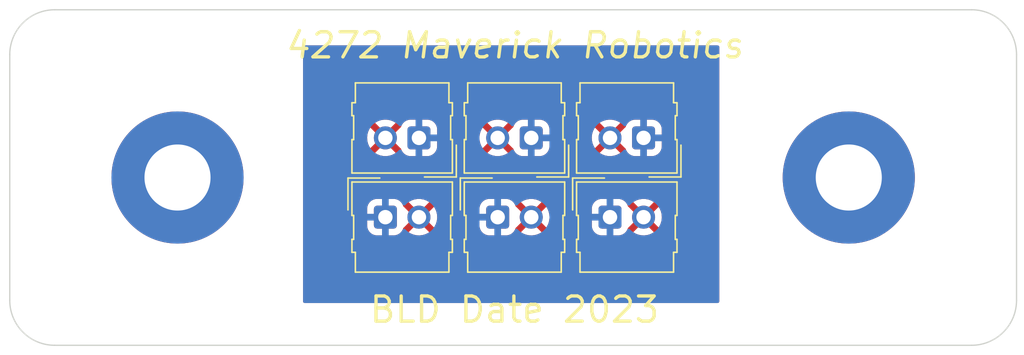
<source format=kicad_pcb>
(kicad_pcb (version 20211014) (generator pcbnew)
  (layers (0 "F.Cu" signal) (31 "B.Cu" signal) (34 "B.Paste" user) (35 "F.Paste" user) (36 "B.SilkS" user "B.Silkscreen") (37 "F.SilkS" user "F.Silkscreen") (38 "B.Mask" user) (39 "F.Mask" user) (44 "Edge.Cuts" user))
  (net 0 "")
  (net 1 "GND")
  (net 2 "+5V")
  (footprint "MountingHole:MountingHole_5mm_Pad_TopBottom" (layer "F.Cu") (at 115 60)
    (fp_text reference "REF**" hide)
    (fp_text value "MountingHole_5mm_Pad_TopBottom")
    (pad "1" thru_hole circle (at 0 0) (size 5.4 5.4) (drill 5) (layers *.Cu *.Mask))
    (pad "1" connect circle (at 0 0) (size 10 10) (layers "F.Cu" "F.Mask"))
    (pad "1" connect circle (at 0 0) (size 10 10) (layers "B.Cu" "B.Mask"))
  )
  (footprint "Connector_Molex:Molex_SL_171971-0002_1x02_P2.54mm_Vertical" (layer "F.Cu") (at 139.23 63)
    (fp_text reference "P5" hide)
    (fp_text value "Conn_01x02")
    (fp_line (start 5.07 -2.66) (end -2.53 -2.66) (layer "F.SilkS") (width 0.12))
    (fp_line (start -2.53 -0.13) (end -2.4 -0.13) (layer "F.SilkS") (width 0.12))
    (fp_line (start -2.4 -0.13) (end -2.4 1.68) (layer "F.SilkS") (width 0.12))
    (fp_line (start 4.94 1.68) (end 4.94 -0.13) (layer "F.SilkS") (width 0.12))
    (fp_line (start -2.53 -2.66) (end -2.53 -0.13) (layer "F.SilkS") (width 0.12))
    (fp_line (start 4.81 4.16) (end 4.81 2.66) (layer "F.SilkS") (width 0.12))
    (fp_line (start -2.27 2.66) (end -2.27 4.16) (layer "F.SilkS") (width 0.12))
    (fp_line (start -2.83 -2.96) (end -0.42 -2.96) (layer "F.SilkS") (width 0.12))
    (fp_line (start 4.81 2.66) (end 5.07 2.66) (layer "F.SilkS") (width 0.12))
    (fp_line (start 5.07 2.66) (end 5.07 1.68) (layer "F.SilkS") (width 0.12))
    (fp_line (start 5.07 1.68) (end 4.94 1.68) (layer "F.SilkS") (width 0.12))
    (fp_line (start -2.27 4.16) (end 4.81 4.16) (layer "F.SilkS") (width 0.12))
    (fp_line (start 5.07 -0.13) (end 5.07 -2.66) (layer "F.SilkS") (width 0.12))
    (fp_line (start -2.4 1.68) (end -2.53 1.68) (layer "F.SilkS") (width 0.12))
    (fp_line (start -2.53 1.68) (end -2.53 2.66) (layer "F.SilkS") (width 0.12))
    (fp_line (start -2.53 2.66) (end -2.27 2.66) (layer "F.SilkS") (width 0.12))
    (fp_line (start -2.83 -0.55) (end -2.83 -2.96) (layer "F.SilkS") (width 0.12))
    (fp_line (start 4.94 -0.13) (end 5.07 -0.13) (layer "F.SilkS") (width 0.12))
    (pad "1" thru_hole roundrect (at 0 0) (size 1.74 1.74) (drill 1.09) (layers *.Cu *.Mask) (roundrect_rratio 0.1436781609) (net 1 "GND"))
    (pad "2" thru_hole circle (at 2.54 0) (size 1.74 1.74) (drill 1.09) (layers *.Cu *.Mask) (net 2 "+5V"))
  )
  (footprint "Connector_Molex:Molex_SL_171971-0002_1x02_P2.54mm_Vertical" (layer "F.Cu") (at 130.73 63)
    (fp_text reference "P4" hide)
    (fp_text value "Conn_01x02")
    (fp_line (start -2.4 1.68) (end -2.53 1.68) (layer "F.SilkS") (width 0.12))
    (fp_line (start 4.94 1.68) (end 4.94 -0.13) (layer "F.SilkS") (width 0.12))
    (fp_line (start -2.83 -0.55) (end -2.83 -2.96) (layer "F.SilkS") (width 0.12))
    (fp_line (start -2.27 4.16) (end 4.81 4.16) (layer "F.SilkS") (width 0.12))
    (fp_line (start -2.83 -2.96) (end -0.42 -2.96) (layer "F.SilkS") (width 0.12))
    (fp_line (start -2.27 2.66) (end -2.27 4.16) (layer "F.SilkS") (width 0.12))
    (fp_line (start 5.07 1.68) (end 4.94 1.68) (layer "F.SilkS") (width 0.12))
    (fp_line (start -2.53 -0.13) (end -2.4 -0.13) (layer "F.SilkS") (width 0.12))
    (fp_line (start 5.07 -0.13) (end 5.07 -2.66) (layer "F.SilkS") (width 0.12))
    (fp_line (start -2.53 2.66) (end -2.27 2.66) (layer "F.SilkS") (width 0.12))
    (fp_line (start -2.53 1.68) (end -2.53 2.66) (layer "F.SilkS") (width 0.12))
    (fp_line (start 5.07 -2.66) (end -2.53 -2.66) (layer "F.SilkS") (width 0.12))
    (fp_line (start 4.81 4.16) (end 4.81 2.66) (layer "F.SilkS") (width 0.12))
    (fp_line (start -2.4 -0.13) (end -2.4 1.68) (layer "F.SilkS") (width 0.12))
    (fp_line (start 4.94 -0.13) (end 5.07 -0.13) (layer "F.SilkS") (width 0.12))
    (fp_line (start -2.53 -2.66) (end -2.53 -0.13) (layer "F.SilkS") (width 0.12))
    (fp_line (start 4.81 2.66) (end 5.07 2.66) (layer "F.SilkS") (width 0.12))
    (fp_line (start 5.07 2.66) (end 5.07 1.68) (layer "F.SilkS") (width 0.12))
    (pad "1" thru_hole roundrect (at 0 0) (size 1.74 1.74) (drill 1.09) (layers *.Cu *.Mask) (roundrect_rratio 0.1436781609) (net 1 "GND"))
    (pad "2" thru_hole circle (at 2.54 0) (size 1.74 1.74) (drill 1.09) (layers *.Cu *.Mask) (net 2 "+5V"))
  )
  (footprint "Connector_Molex:Molex_SL_171971-0002_1x02_P2.54mm_Vertical" (layer "F.Cu") (at 150.27 57 180)
    (fp_text reference "P3" hide)
    (fp_text value "Conn_01x02")
    (fp_line (start -2.4 1.68) (end -2.53 1.68) (layer "F.SilkS") (width 0.12))
    (fp_line (start 4.94 1.68) (end 4.94 -0.13) (layer "F.SilkS") (width 0.12))
    (fp_line (start -2.27 2.66) (end -2.27 4.16) (layer "F.SilkS") (width 0.12))
    (fp_line (start -2.83 -2.96) (end -0.42 -2.96) (layer "F.SilkS") (width 0.12))
    (fp_line (start -2.27 4.16) (end 4.81 4.16) (layer "F.SilkS") (width 0.12))
    (fp_line (start -2.53 -0.13) (end -2.4 -0.13) (layer "F.SilkS") (width 0.12))
    (fp_line (start -2.83 -0.55) (end -2.83 -2.96) (layer "F.SilkS") (width 0.12))
    (fp_line (start 5.07 -2.66) (end -2.53 -2.66) (layer "F.SilkS") (width 0.12))
    (fp_line (start 4.94 -0.13) (end 5.07 -0.13) (layer "F.SilkS") (width 0.12))
    (fp_line (start 5.07 -0.13) (end 5.07 -2.66) (layer "F.SilkS") (width 0.12))
    (fp_line (start 5.07 1.68) (end 4.94 1.68) (layer "F.SilkS") (width 0.12))
    (fp_line (start -2.4 -0.13) (end -2.4 1.68) (layer "F.SilkS") (width 0.12))
    (fp_line (start -2.53 1.68) (end -2.53 2.66) (layer "F.SilkS") (width 0.12))
    (fp_line (start -2.53 -2.66) (end -2.53 -0.13) (layer "F.SilkS") (width 0.12))
    (fp_line (start -2.53 2.66) (end -2.27 2.66) (layer "F.SilkS") (width 0.12))
    (fp_line (start 4.81 2.66) (end 5.07 2.66) (layer "F.SilkS") (width 0.12))
    (fp_line (start 5.07 2.66) (end 5.07 1.68) (layer "F.SilkS") (width 0.12))
    (fp_line (start 4.81 4.16) (end 4.81 2.66) (layer "F.SilkS") (width 0.12))
    (pad "1" thru_hole roundrect (at 0 0 180) (size 1.74 1.74) (drill 1.09) (layers *.Cu *.Mask) (roundrect_rratio 0.1436781609) (net 1 "GND"))
    (pad "2" thru_hole circle (at 2.54 0 180) (size 1.74 1.74) (drill 1.09) (layers *.Cu *.Mask) (net 2 "+5V"))
  )
  (footprint "Connector_Molex:Molex_SL_171971-0002_1x02_P2.54mm_Vertical" (layer "F.Cu") (at 147.73 63)
    (fp_text reference "P6" hide)
    (fp_text value "Conn_01x02")
    (fp_line (start -2.27 2.66) (end -2.27 4.16) (layer "F.SilkS") (width 0.12))
    (fp_line (start -2.53 1.68) (end -2.53 2.66) (layer "F.SilkS") (width 0.12))
    (fp_line (start 4.94 -0.13) (end 5.07 -0.13) (layer "F.SilkS") (width 0.12))
    (fp_line (start 4.81 2.66) (end 5.07 2.66) (layer "F.SilkS") (width 0.12))
    (fp_line (start 5.07 -0.13) (end 5.07 -2.66) (layer "F.SilkS") (width 0.12))
    (fp_line (start -2.83 -0.55) (end -2.83 -2.96) (layer "F.SilkS") (width 0.12))
    (fp_line (start -2.4 -0.13) (end -2.4 1.68) (layer "F.SilkS") (width 0.12))
    (fp_line (start 5.07 -2.66) (end -2.53 -2.66) (layer "F.SilkS") (width 0.12))
    (fp_line (start -2.53 -2.66) (end -2.53 -0.13) (layer "F.SilkS") (width 0.12))
    (fp_line (start -2.53 2.66) (end -2.27 2.66) (layer "F.SilkS") (width 0.12))
    (fp_line (start -2.27 4.16) (end 4.81 4.16) (layer "F.SilkS") (width 0.12))
    (fp_line (start 5.07 2.66) (end 5.07 1.68) (layer "F.SilkS") (width 0.12))
    (fp_line (start -2.4 1.68) (end -2.53 1.68) (layer "F.SilkS") (width 0.12))
    (fp_line (start 5.07 1.68) (end 4.94 1.68) (layer "F.SilkS") (width 0.12))
    (fp_line (start 4.94 1.68) (end 4.94 -0.13) (layer "F.SilkS") (width 0.12))
    (fp_line (start -2.83 -2.96) (end -0.42 -2.96) (layer "F.SilkS") (width 0.12))
    (fp_line (start 4.81 4.16) (end 4.81 2.66) (layer "F.SilkS") (width 0.12))
    (fp_line (start -2.53 -0.13) (end -2.4 -0.13) (layer "F.SilkS") (width 0.12))
    (pad "1" thru_hole roundrect (at 0 0) (size 1.74 1.74) (drill 1.09) (layers *.Cu *.Mask) (roundrect_rratio 0.1436781609) (net 1 "GND"))
    (pad "2" thru_hole circle (at 2.54 0) (size 1.74 1.74) (drill 1.09) (layers *.Cu *.Mask) (net 2 "+5V"))
  )
  (footprint "MountingHole:MountingHole_5mm_Pad_TopBottom" (layer "F.Cu") (at 165.8 60 90)
    (fp_text reference "REF**" hide)
    (fp_text value "MountingHole_5mm_Pad_TopBottom")
    (pad "1" thru_hole circle (at 0 0 90) (size 5.4 5.4) (drill 5) (layers *.Cu *.Mask))
    (pad "1" connect circle (at 0 0 90) (size 10 10) (layers "F.Cu" "F.Mask"))
    (pad "1" connect circle (at 0 0 90) (size 10 10) (layers "B.Cu" "B.Mask"))
  )
  (footprint "Connector_Molex:Molex_SL_171971-0002_1x02_P2.54mm_Vertical" (layer "F.Cu") (at 133.27 57 180)
    (fp_text reference "P1" hide)
    (fp_text value "Conn_01x02")
    (fp_line (start 4.81 2.66) (end 5.07 2.66) (layer "F.SilkS") (width 0.12))
    (fp_line (start -2.53 1.68) (end -2.53 2.66) (layer "F.SilkS") (width 0.12))
    (fp_line (start 4.81 4.16) (end 4.81 2.66) (layer "F.SilkS") (width 0.12))
    (fp_line (start -2.27 4.16) (end 4.81 4.16) (layer "F.SilkS") (width 0.12))
    (fp_line (start 4.94 1.68) (end 4.94 -0.13) (layer "F.SilkS") (width 0.12))
    (fp_line (start 5.07 2.66) (end 5.07 1.68) (layer "F.SilkS") (width 0.12))
    (fp_line (start -2.53 2.66) (end -2.27 2.66) (layer "F.SilkS") (width 0.12))
    (fp_line (start -2.4 1.68) (end -2.53 1.68) (layer "F.SilkS") (width 0.12))
    (fp_line (start -2.83 -2.96) (end -0.42 -2.96) (layer "F.SilkS") (width 0.12))
    (fp_line (start -2.53 -0.13) (end -2.4 -0.13) (layer "F.SilkS") (width 0.12))
    (fp_line (start 5.07 1.68) (end 4.94 1.68) (layer "F.SilkS") (width 0.12))
    (fp_line (start -2.27 2.66) (end -2.27 4.16) (layer "F.SilkS") (width 0.12))
    (fp_line (start 4.94 -0.13) (end 5.07 -0.13) (layer "F.SilkS") (width 0.12))
    (fp_line (start -2.4 -0.13) (end -2.4 1.68) (layer "F.SilkS") (width 0.12))
    (fp_line (start 5.07 -2.66) (end -2.53 -2.66) (layer "F.SilkS") (width 0.12))
    (fp_line (start -2.83 -0.55) (end -2.83 -2.96) (layer "F.SilkS") (width 0.12))
    (fp_line (start 5.07 -0.13) (end 5.07 -2.66) (layer "F.SilkS") (width 0.12))
    (fp_line (start -2.53 -2.66) (end -2.53 -0.13) (layer "F.SilkS") (width 0.12))
    (pad "1" thru_hole roundrect (at 0 0 180) (size 1.74 1.74) (drill 1.09) (layers *.Cu *.Mask) (roundrect_rratio 0.1436781609) (net 1 "GND"))
    (pad "2" thru_hole circle (at 2.54 0 180) (size 1.74 1.74) (drill 1.09) (layers *.Cu *.Mask) (net 2 "+5V"))
  )
  (footprint "Connector_Molex:Molex_SL_171971-0002_1x02_P2.54mm_Vertical" (layer "F.Cu") (at 141.77 57 180)
    (fp_text reference "P2" hide)
    (fp_text value "Conn_01x02")
    (fp_line (start -2.53 2.66) (end -2.27 2.66) (layer "F.SilkS") (width 0.12))
    (fp_line (start 4.81 4.16) (end 4.81 2.66) (layer "F.SilkS") (width 0.12))
    (fp_line (start -2.4 1.68) (end -2.53 1.68) (layer "F.SilkS") (width 0.12))
    (fp_line (start 5.07 -0.13) (end 5.07 -2.66) (layer "F.SilkS") (width 0.12))
    (fp_line (start -2.4 -0.13) (end -2.4 1.68) (layer "F.SilkS") (width 0.12))
    (fp_line (start 4.81 2.66) (end 5.07 2.66) (layer "F.SilkS") (width 0.12))
    (fp_line (start -2.53 1.68) (end -2.53 2.66) (layer "F.SilkS") (width 0.12))
    (fp_line (start 5.07 -2.66) (end -2.53 -2.66) (layer "F.SilkS") (width 0.12))
    (fp_line (start -2.27 4.16) (end 4.81 4.16) (layer "F.SilkS") (width 0.12))
    (fp_line (start -2.83 -0.55) (end -2.83 -2.96) (layer "F.SilkS") (width 0.12))
    (fp_line (start -2.53 -0.13) (end -2.4 -0.13) (layer "F.SilkS") (width 0.12))
    (fp_line (start 4.94 -0.13) (end 5.07 -0.13) (layer "F.SilkS") (width 0.12))
    (fp_line (start 5.07 2.66) (end 5.07 1.68) (layer "F.SilkS") (width 0.12))
    (fp_line (start -2.53 -2.66) (end -2.53 -0.13) (layer "F.SilkS") (width 0.12))
    (fp_line (start -2.83 -2.96) (end -0.42 -2.96) (layer "F.SilkS") (width 0.12))
    (fp_line (start -2.27 2.66) (end -2.27 4.16) (layer "F.SilkS") (width 0.12))
    (fp_line (start 4.94 1.68) (end 4.94 -0.13) (layer "F.SilkS") (width 0.12))
    (fp_line (start 5.07 1.68) (end 4.94 1.68) (layer "F.SilkS") (width 0.12))
    (pad "1" thru_hole roundrect (at 0 0 180) (size 1.74 1.74) (drill 1.09) (layers *.Cu *.Mask) (roundrect_rratio 0.1436781609) (net 1 "GND"))
    (pad "2" thru_hole circle (at 2.54 0 180) (size 1.74 1.74) (drill 1.09) (layers *.Cu *.Mask) (net 2 "+5V"))
  )
  (gr_arc (start 178.495837 69.295837) (mid 177.5 71.7) (end 175.095837 72.695837) (layer "Edge.Cuts") (width 0.1))
  (gr_line (start 175.095837 72.695837) (end 105.704163 72.695837) (layer "Edge.Cuts") (width 0.1))
  (gr_arc (start 102.304163 50.704163) (mid 103.3 48.3) (end 105.704163 47.304163) (layer "Edge.Cuts") (width 0.1))
  (gr_line (start 178.495837 50.704163) (end 178.495837 69.295837) (layer "Edge.Cuts") (width 0.1))
  (gr_arc (start 175.095837 47.304163) (mid 177.5 48.3) (end 178.495837 50.704163) (layer "Edge.Cuts") (width 0.1))
  (gr_line (start 105.704163 47.304163) (end 175.095837 47.304163) (layer "Edge.Cuts") (width 0.1))
  (gr_arc (start 105.704163 72.695837) (mid 103.3 71.7) (end 102.304163 69.295837) (layer "Edge.Cuts") (width 0.1))
  (gr_line (start 102.304163 69.295837) (end 102.304163 50.704163) (layer "Edge.Cuts") (width 0.1))
  (gr_text "BLD Date 2023" (at 140.5 70) (layer "F.SilkS") (effects (font (size 1.905 1.905) (thickness 0.254))))
  (gr_text "4272 Maverick Robotics" (at 140.5 50) (layer "F.SilkS") (effects (font (size 1.905 1.905) (thickness 0.254) italic)))
  (zone (net 2) (net_name "+5V") (layer "F.Cu") (connect_pads (clearance 0.508)) (min_thickness 0.254) (fill yes (thermal_gap 0.508) (thermal_bridge_width 0.508))
    (polygon (pts (xy 156 69.5) (xy 124.5 69.5) (xy 124.5 50) (xy 156 50)))
  )
  (zone (net 1) (net_name "GND") (layer "B.Cu") (connect_pads (clearance 0.508)) (min_thickness 0.254) (fill yes (thermal_gap 0.508) (thermal_bridge_width 0.508))
    (polygon (pts (xy 156 69.5) (xy 124.5 69.5) (xy 124.5 50) (xy 156 50)))
  )
)
</source>
